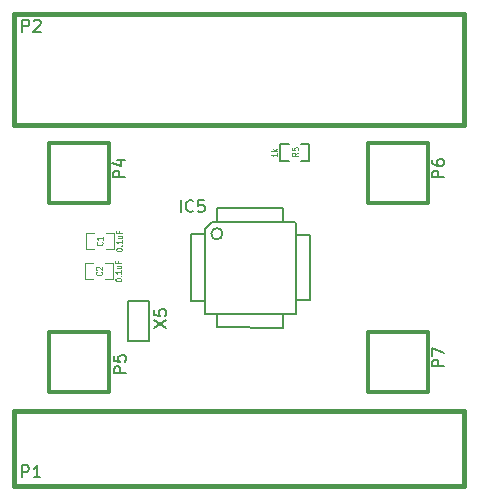
<source format=gto>
G04 (created by PCBNEW (2013-mar-13)-testing) date Wed 23 Jul 2014 10:31:31 AM PDT*
%MOIN*%
G04 Gerber Fmt 3.4, Leading zero omitted, Abs format*
%FSLAX34Y34*%
G01*
G70*
G90*
G04 APERTURE LIST*
%ADD10C,0.005906*%
%ADD11C,0.015000*%
%ADD12C,0.004700*%
%ADD13C,0.006000*%
%ADD14C,0.005000*%
%ADD15C,0.008000*%
%ADD16C,0.012000*%
%ADD17C,0.004500*%
G04 APERTURE END LIST*
G54D10*
G54D11*
X35059Y-35425D02*
X35059Y-32925D01*
X33609Y-35425D02*
X35059Y-35425D01*
X33609Y-32925D02*
X35009Y-32925D01*
X35009Y-32925D02*
X35059Y-32925D01*
X21559Y-32925D02*
X20059Y-32925D01*
X20059Y-32925D02*
X20059Y-35425D01*
X20059Y-35425D02*
X22059Y-35425D01*
X21559Y-32925D02*
X33559Y-32925D01*
X21559Y-35425D02*
X33559Y-35425D01*
X33559Y-19693D02*
X35059Y-19693D01*
X35059Y-19693D02*
X35059Y-19993D01*
X21559Y-19693D02*
X20059Y-19693D01*
X20059Y-19693D02*
X20059Y-19893D01*
X21559Y-23393D02*
X20059Y-23393D01*
X20059Y-23393D02*
X20059Y-19893D01*
X33559Y-23393D02*
X35059Y-23393D01*
X35059Y-23393D02*
X35059Y-19893D01*
X33559Y-23393D02*
X21559Y-23393D01*
X21559Y-19693D02*
X33559Y-19693D01*
G54D12*
X22736Y-27007D02*
X22461Y-27007D01*
X23130Y-27007D02*
X23405Y-27007D01*
X22736Y-27519D02*
X22461Y-27519D01*
X23405Y-27519D02*
X23130Y-27519D01*
X22461Y-27513D02*
X22461Y-27013D01*
X23405Y-27013D02*
X23405Y-27513D01*
X22716Y-28011D02*
X22441Y-28011D01*
X23110Y-28011D02*
X23385Y-28011D01*
X22716Y-28523D02*
X22441Y-28523D01*
X23385Y-28523D02*
X23110Y-28523D01*
X22441Y-28517D02*
X22441Y-28017D01*
X23385Y-28017D02*
X23385Y-28517D01*
G54D13*
X29932Y-29239D02*
X29482Y-29239D01*
X29932Y-27059D02*
X29492Y-27059D01*
X29932Y-29239D02*
X29932Y-27059D01*
X29052Y-29709D02*
X29052Y-30139D01*
X26842Y-29719D02*
X26842Y-30139D01*
X26832Y-30139D02*
X29052Y-30149D01*
X26852Y-26169D02*
X29022Y-26159D01*
X26422Y-26859D02*
X26422Y-29689D01*
X29032Y-26169D02*
X29032Y-26579D01*
X26672Y-26619D02*
X29452Y-26619D01*
X29472Y-29699D02*
X29472Y-26659D01*
X26422Y-29699D02*
X29422Y-29699D01*
X25972Y-27029D02*
X25972Y-29249D01*
X25972Y-29249D02*
X26422Y-29249D01*
X26426Y-26849D02*
X26656Y-26619D01*
X25974Y-27029D02*
X26426Y-27029D01*
X26852Y-26619D02*
X26852Y-26167D01*
X27023Y-27023D02*
G75*
G03X27023Y-27023I-188J0D01*
G74*
G01*
G54D14*
X29232Y-24036D02*
X28954Y-24036D01*
X28954Y-24036D02*
X28954Y-24586D01*
X28954Y-24586D02*
X29232Y-24586D01*
X29904Y-24036D02*
X29626Y-24036D01*
X29904Y-24036D02*
X29904Y-24586D01*
X29904Y-24586D02*
X29626Y-24586D01*
G54D15*
X24566Y-29252D02*
X24566Y-30590D01*
X24566Y-30590D02*
X23858Y-30590D01*
X23858Y-30590D02*
X23858Y-29252D01*
X23858Y-29252D02*
X24566Y-29252D01*
G54D16*
X23244Y-24000D02*
X23244Y-26000D01*
X23244Y-26000D02*
X21244Y-26000D01*
X21244Y-26000D02*
X21244Y-24000D01*
X21244Y-24000D02*
X23244Y-24000D01*
X23244Y-30299D02*
X23244Y-32299D01*
X23244Y-32299D02*
X21244Y-32299D01*
X21244Y-32299D02*
X21244Y-30299D01*
X21244Y-30299D02*
X23244Y-30299D01*
X33874Y-24000D02*
X33874Y-26000D01*
X33874Y-26000D02*
X31874Y-26000D01*
X31874Y-26000D02*
X31874Y-24000D01*
X31874Y-24000D02*
X33874Y-24000D01*
X33874Y-30299D02*
X33874Y-32299D01*
X33874Y-32299D02*
X31874Y-32299D01*
X31874Y-32299D02*
X31874Y-30299D01*
X31874Y-30299D02*
X33874Y-30299D01*
G54D15*
X20344Y-35145D02*
X20344Y-34745D01*
X20497Y-34745D01*
X20535Y-34765D01*
X20554Y-34784D01*
X20573Y-34822D01*
X20573Y-34879D01*
X20554Y-34917D01*
X20535Y-34936D01*
X20497Y-34955D01*
X20344Y-34955D01*
X20954Y-35145D02*
X20725Y-35145D01*
X20840Y-35145D02*
X20840Y-34745D01*
X20801Y-34803D01*
X20763Y-34841D01*
X20725Y-34860D01*
X20354Y-20290D02*
X20354Y-19890D01*
X20507Y-19890D01*
X20545Y-19910D01*
X20564Y-19929D01*
X20583Y-19967D01*
X20583Y-20024D01*
X20564Y-20062D01*
X20545Y-20081D01*
X20507Y-20100D01*
X20354Y-20100D01*
X20735Y-19929D02*
X20754Y-19910D01*
X20792Y-19890D01*
X20888Y-19890D01*
X20926Y-19910D01*
X20945Y-19929D01*
X20964Y-19967D01*
X20964Y-20005D01*
X20945Y-20062D01*
X20716Y-20290D01*
X20964Y-20290D01*
G54D17*
X23004Y-27293D02*
X23014Y-27302D01*
X23023Y-27328D01*
X23023Y-27345D01*
X23014Y-27370D01*
X22994Y-27388D01*
X22975Y-27396D01*
X22937Y-27405D01*
X22909Y-27405D01*
X22871Y-27396D01*
X22852Y-27388D01*
X22833Y-27370D01*
X22823Y-27345D01*
X22823Y-27328D01*
X22833Y-27302D01*
X22842Y-27293D01*
X23023Y-27122D02*
X23023Y-27225D01*
X23023Y-27173D02*
X22823Y-27173D01*
X22852Y-27190D01*
X22871Y-27208D01*
X22880Y-27225D01*
X23473Y-27559D02*
X23473Y-27542D01*
X23483Y-27525D01*
X23492Y-27516D01*
X23511Y-27508D01*
X23549Y-27499D01*
X23597Y-27499D01*
X23635Y-27508D01*
X23654Y-27516D01*
X23664Y-27525D01*
X23673Y-27542D01*
X23673Y-27559D01*
X23664Y-27576D01*
X23654Y-27585D01*
X23635Y-27593D01*
X23597Y-27602D01*
X23549Y-27602D01*
X23511Y-27593D01*
X23492Y-27585D01*
X23483Y-27576D01*
X23473Y-27559D01*
X23654Y-27422D02*
X23664Y-27413D01*
X23673Y-27422D01*
X23664Y-27430D01*
X23654Y-27422D01*
X23673Y-27422D01*
X23673Y-27242D02*
X23673Y-27345D01*
X23673Y-27293D02*
X23473Y-27293D01*
X23502Y-27310D01*
X23521Y-27328D01*
X23530Y-27345D01*
X23540Y-27088D02*
X23673Y-27088D01*
X23540Y-27165D02*
X23644Y-27165D01*
X23664Y-27156D01*
X23673Y-27139D01*
X23673Y-27113D01*
X23664Y-27096D01*
X23654Y-27088D01*
X23568Y-26942D02*
X23568Y-27002D01*
X23673Y-27002D02*
X23473Y-27002D01*
X23473Y-26916D01*
X22984Y-28297D02*
X22994Y-28306D01*
X23003Y-28332D01*
X23003Y-28349D01*
X22994Y-28374D01*
X22975Y-28392D01*
X22956Y-28400D01*
X22918Y-28409D01*
X22889Y-28409D01*
X22851Y-28400D01*
X22832Y-28392D01*
X22813Y-28374D01*
X22803Y-28349D01*
X22803Y-28332D01*
X22813Y-28306D01*
X22822Y-28297D01*
X22822Y-28229D02*
X22813Y-28220D01*
X22803Y-28203D01*
X22803Y-28160D01*
X22813Y-28143D01*
X22822Y-28134D01*
X22841Y-28126D01*
X22861Y-28126D01*
X22889Y-28134D01*
X23003Y-28237D01*
X23003Y-28126D01*
X23453Y-28563D02*
X23453Y-28546D01*
X23463Y-28529D01*
X23472Y-28520D01*
X23491Y-28512D01*
X23530Y-28503D01*
X23577Y-28503D01*
X23615Y-28512D01*
X23634Y-28520D01*
X23644Y-28529D01*
X23653Y-28546D01*
X23653Y-28563D01*
X23644Y-28580D01*
X23634Y-28589D01*
X23615Y-28597D01*
X23577Y-28606D01*
X23530Y-28606D01*
X23491Y-28597D01*
X23472Y-28589D01*
X23463Y-28580D01*
X23453Y-28563D01*
X23634Y-28426D02*
X23644Y-28417D01*
X23653Y-28426D01*
X23644Y-28434D01*
X23634Y-28426D01*
X23653Y-28426D01*
X23653Y-28246D02*
X23653Y-28349D01*
X23653Y-28297D02*
X23453Y-28297D01*
X23482Y-28314D01*
X23501Y-28332D01*
X23511Y-28349D01*
X23520Y-28092D02*
X23653Y-28092D01*
X23520Y-28169D02*
X23625Y-28169D01*
X23644Y-28160D01*
X23653Y-28143D01*
X23653Y-28117D01*
X23644Y-28100D01*
X23634Y-28092D01*
X23549Y-27946D02*
X23549Y-28006D01*
X23653Y-28006D02*
X23453Y-28006D01*
X23453Y-27920D01*
G54D15*
X25623Y-26295D02*
X25623Y-25895D01*
X26042Y-26257D02*
X26023Y-26276D01*
X25966Y-26295D01*
X25927Y-26295D01*
X25870Y-26276D01*
X25832Y-26238D01*
X25813Y-26200D01*
X25794Y-26124D01*
X25794Y-26067D01*
X25813Y-25991D01*
X25832Y-25953D01*
X25870Y-25915D01*
X25927Y-25895D01*
X25966Y-25895D01*
X26023Y-25915D01*
X26042Y-25934D01*
X26404Y-25895D02*
X26213Y-25895D01*
X26194Y-26086D01*
X26213Y-26067D01*
X26251Y-26048D01*
X26347Y-26048D01*
X26385Y-26067D01*
X26404Y-26086D01*
X26423Y-26124D01*
X26423Y-26219D01*
X26404Y-26257D01*
X26385Y-26276D01*
X26347Y-26295D01*
X26251Y-26295D01*
X26213Y-26276D01*
X26194Y-26257D01*
G54D17*
X29543Y-24316D02*
X29449Y-24376D01*
X29543Y-24418D02*
X29346Y-24418D01*
X29346Y-24350D01*
X29355Y-24333D01*
X29365Y-24324D01*
X29383Y-24316D01*
X29411Y-24316D01*
X29430Y-24324D01*
X29440Y-24333D01*
X29449Y-24350D01*
X29449Y-24418D01*
X29346Y-24153D02*
X29346Y-24238D01*
X29440Y-24247D01*
X29430Y-24238D01*
X29421Y-24221D01*
X29421Y-24178D01*
X29430Y-24161D01*
X29440Y-24153D01*
X29458Y-24144D01*
X29505Y-24144D01*
X29524Y-24153D01*
X29533Y-24161D01*
X29543Y-24178D01*
X29543Y-24221D01*
X29533Y-24238D01*
X29524Y-24247D01*
X28850Y-24332D02*
X28850Y-24435D01*
X28850Y-24383D02*
X28650Y-24383D01*
X28679Y-24401D01*
X28698Y-24418D01*
X28707Y-24435D01*
X28850Y-24255D02*
X28650Y-24255D01*
X28774Y-24238D02*
X28850Y-24186D01*
X28717Y-24186D02*
X28793Y-24255D01*
G54D15*
X24741Y-30166D02*
X25141Y-29899D01*
X24741Y-29899D02*
X25141Y-30166D01*
X24741Y-29556D02*
X24741Y-29747D01*
X24932Y-29766D01*
X24913Y-29747D01*
X24893Y-29709D01*
X24893Y-29613D01*
X24913Y-29575D01*
X24932Y-29556D01*
X24970Y-29537D01*
X25065Y-29537D01*
X25103Y-29556D01*
X25122Y-29575D01*
X25141Y-29613D01*
X25141Y-29709D01*
X25122Y-29747D01*
X25103Y-29766D01*
X23775Y-25145D02*
X23375Y-25145D01*
X23375Y-24992D01*
X23394Y-24954D01*
X23413Y-24935D01*
X23451Y-24916D01*
X23508Y-24916D01*
X23546Y-24935D01*
X23565Y-24954D01*
X23584Y-24992D01*
X23584Y-25145D01*
X23508Y-24573D02*
X23775Y-24573D01*
X23355Y-24669D02*
X23641Y-24764D01*
X23641Y-24516D01*
X23802Y-31673D02*
X23402Y-31673D01*
X23402Y-31520D01*
X23422Y-31482D01*
X23441Y-31463D01*
X23479Y-31444D01*
X23536Y-31444D01*
X23574Y-31463D01*
X23593Y-31482D01*
X23612Y-31520D01*
X23612Y-31673D01*
X23402Y-31082D02*
X23402Y-31273D01*
X23593Y-31292D01*
X23574Y-31273D01*
X23555Y-31235D01*
X23555Y-31139D01*
X23574Y-31101D01*
X23593Y-31082D01*
X23631Y-31063D01*
X23726Y-31063D01*
X23764Y-31082D01*
X23783Y-31101D01*
X23802Y-31139D01*
X23802Y-31235D01*
X23783Y-31273D01*
X23764Y-31292D01*
X34404Y-25145D02*
X34004Y-25145D01*
X34004Y-24992D01*
X34024Y-24954D01*
X34043Y-24935D01*
X34081Y-24916D01*
X34138Y-24916D01*
X34176Y-24935D01*
X34195Y-24954D01*
X34214Y-24992D01*
X34214Y-25145D01*
X34004Y-24573D02*
X34004Y-24649D01*
X34024Y-24688D01*
X34043Y-24707D01*
X34100Y-24745D01*
X34176Y-24764D01*
X34328Y-24764D01*
X34366Y-24745D01*
X34385Y-24726D01*
X34404Y-24688D01*
X34404Y-24611D01*
X34385Y-24573D01*
X34366Y-24554D01*
X34328Y-24535D01*
X34233Y-24535D01*
X34195Y-24554D01*
X34176Y-24573D01*
X34157Y-24611D01*
X34157Y-24688D01*
X34176Y-24726D01*
X34195Y-24745D01*
X34233Y-24764D01*
X34404Y-31444D02*
X34004Y-31444D01*
X34004Y-31292D01*
X34024Y-31253D01*
X34043Y-31234D01*
X34081Y-31215D01*
X34138Y-31215D01*
X34176Y-31234D01*
X34195Y-31253D01*
X34214Y-31292D01*
X34214Y-31444D01*
X34004Y-31082D02*
X34004Y-30815D01*
X34404Y-30987D01*
M02*

</source>
